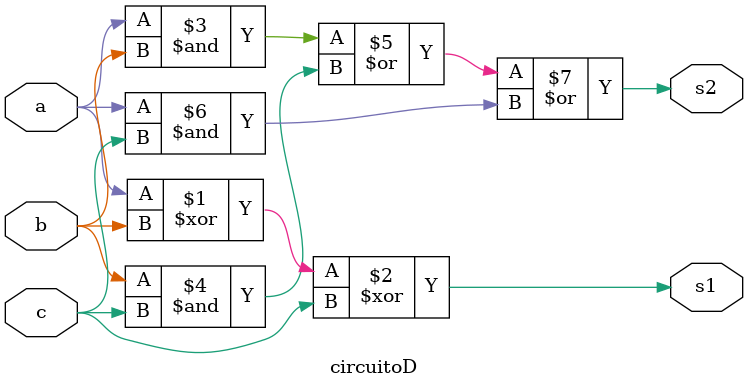
<source format=sv>
module circuitoD(
    input logic a,
    input logic b,
    input logic c,
    output logic s1,
    output logic s2
);
assign s1 = a^b^c;
assign s2 = (a & b) | ( b & c) | (  a &  c );
endmodule
</source>
